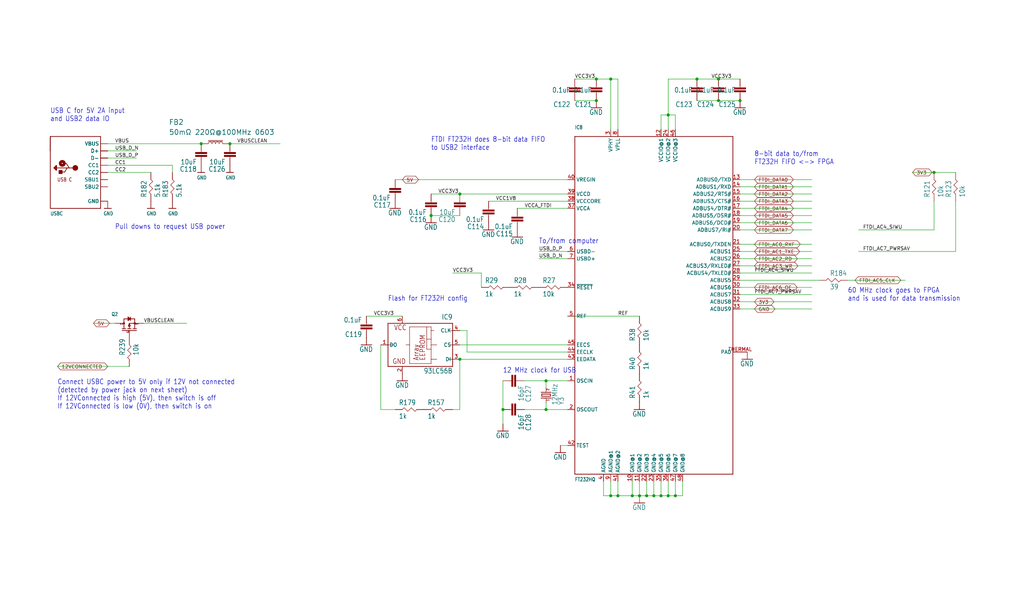
<source format=kicad_sch>
(kicad_sch (version 20250114) (generator "eeschema") (generator_version "9.0")
  (paper "User" 362.001 210.007)
  (lib_symbols
    (symbol "haasoscope_pro_adc_fpga_board-eagle-import:9376?A"
      (property "Reference" "IC" (at -10.16 8.89 0))
      (symbol "9376?A_1_0"
        (polyline (pts (xy -10.16 7.62) (xy 12.7 7.62)) (stroke (width 0.254)))
        (polyline (pts (xy -10.16 5.08) (xy -10.16 7.62)) (stroke (width 0.254)))
        (polyline (pts (xy -10.16 5.08) (xy -8.636 5.08)) (stroke (width 0.1524)))
        (polyline (pts (xy -10.16 0) (xy -10.16 5.08)) (stroke (width 0.254)))
        (polyline (pts (xy -10.16 0) (xy -8.636 0)) (stroke (width 0.1524)))
        (polyline (pts (xy -10.16 -5.08) (xy -10.16 0)) (stroke (width 0.254)))
        (polyline (pts (xy -10.16 -5.08) (xy -8.636 -5.08)) (stroke (width 0.1524)))
        (polyline (pts (xy -10.16 -7.62) (xy -10.16 -5.08)) (stroke (width 0.254)))
        (polyline (pts (xy -4.572 0) (xy -2.54 0)) (stroke (width 0.1524)))
        (polyline (pts (xy -4.572 -5.08) (xy -2.54 -5.08)) (stroke (width 0.1524)))
        (polyline (pts (xy -3.556 5.08) (xy -2.54 5.08)) (stroke (width 0.1524)))
        (polyline (pts (xy -2.54 6.35) (xy -1.016 6.35)) (stroke (width 0.1524)))
        (polyline (pts (xy -2.54 5.08) (xy -2.54 6.35)) (stroke (width 0.1524)))
        (polyline (pts (xy -2.54 2.032) (xy -2.54 5.08)) (stroke (width 0.1524)))
        (polyline (pts (xy -2.54 2.032) (xy -1.016 2.032)) (stroke (width 0.1524)))
        (polyline (pts (xy -2.54 0) (xy -2.54 2.032)) (stroke (width 0.1524)))
        (polyline (pts (xy -2.54 -1.524) (xy -2.54 0)) (stroke (width 0.1524)))
        (polyline (pts (xy -2.54 -1.524) (xy -1.016 -1.524)) (stroke (width 0.1524)))
        (polyline (pts (xy -2.54 -5.08) (xy -2.54 -1.524)) (stroke (width 0.1524)))
        (polyline (pts (xy -2.54 -6.604) (xy -2.54 -5.08)) (stroke (width 0.1524)))
        (polyline (pts (xy -1.016 6.35) (xy -1.016 2.032)) (stroke (width 0.1524)))
        (polyline (pts (xy -1.016 6.35) (xy 5.08 6.35)) (stroke (width 0.1524)))
        (polyline (pts (xy -1.016 2.032) (xy -1.016 -1.524)) (stroke (width 0.1524)))
        (polyline (pts (xy 5.08 6.35) (xy 5.08 0)) (stroke (width 0.1524)))
        (polyline (pts (xy 5.08 0) (xy 5.08 -6.604)) (stroke (width 0.1524)))
        (polyline (pts (xy 5.08 -6.604) (xy -2.54 -6.604)) (stroke (width 0.1524)))
        (polyline (pts (xy 6.35 0) (xy 5.08 0)) (stroke (width 0.1524)))
        (polyline (pts (xy 12.7 7.62) (xy 12.7 0)) (stroke (width 0.254)))
        (polyline (pts (xy 12.7 0) (xy 10.922 0)) (stroke (width 0.1524)))
        (polyline (pts (xy 12.7 0) (xy 12.7 -7.62)) (stroke (width 0.254)))
        (polyline (pts (xy 12.7 -7.62) (xy -10.16 -7.62)) (stroke (width 0.254)))
        (text "EEPROM" (at 1.524 -5.588 900) (effects (font (size 1.778 1.5113)) (justify left bottom)))
        (text "Array" (at 3.81 -5.588 900) (effects (font (size 1.778 1.5113)) (justify left bottom)))
        (text "VCC" (at 6.096 5.08 0) (effects (font (size 1.778 1.5113)) (justify left bottom)))
        (text "GND" (at 6.35 -6.858 0) (effects (font (size 1.778 1.5113)) (justify left bottom)))
        (pin input line (at -12.7 5.08 0) (length 2.54) (name "CLK") (number "4"))
        (pin input line (at -12.7 0 0) (length 2.54) (name "CS") (number "5"))
        (pin input line (at -12.7 -5.08 0) (length 2.54) (name "DI") (number "3"))
        (pin power_in line (at 7.62 10.16 270) (length 2.54) (name "VCC") (number "6"))
        (pin power_in line (at 7.62 -10.16 90) (length 2.54) (name "GND") (number "2"))
        (pin tri_state line (at 15.24 0 180) (length 2.54) (name "DO") (number "1"))
      )
    )
    (symbol "haasoscope_pro_adc_fpga_board-eagle-import:CAPACITOR_0402_N"
      (symbol "CAPACITOR_0402_N_1_0"
        (rectangle (start -2.032 -1.016) (end 2.032 -0.508) (fill (type outline)))
        (rectangle (start -2.032 -2.032) (end 2.032 -1.524) (fill (type outline)))
        (polyline (pts (xy 0 0) (xy 0 -0.508)) (stroke (width 0.1524)))
        (polyline (pts (xy 0 -2.54) (xy 0 -2.032)) (stroke (width 0.1524)))
        (pin passive line (at 0 2.54 270) (length 2.54) (name "1") (number "1"))
        (pin passive line (at 0 -5.08 90) (length 2.54) (name "2") (number "2"))
      )
    )
    (symbol "haasoscope_pro_adc_fpga_board-eagle-import:CAPACITOR_0805_N"
      (symbol "CAPACITOR_0805_N_1_0"
        (rectangle (start -2.032 -1.016) (end 2.032 -0.508) (fill (type outline)))
        (rectangle (start -2.032 -2.032) (end 2.032 -1.524) (fill (type outline)))
        (polyline (pts (xy 0 0) (xy 0 -0.508)) (stroke (width 0.1524)))
        (polyline (pts (xy 0 -2.54) (xy 0 -2.032)) (stroke (width 0.1524)))
        (pin passive line (at 0 2.54 270) (length 2.54) (name "1") (number "1"))
        (pin passive line (at 0 -5.08 90) (length 2.54) (name "2") (number "2"))
      )
    )
    (symbol "haasoscope_pro_adc_fpga_board-eagle-import:CRYSTALCRYSTAL-SMD-5X3-12MHZ"
      (property "Reference" "Y" (at 2.54 1.016 0))
      (symbol "CRYSTALCRYSTAL-SMD-5X3-12MHZ_1_0"
        (polyline (pts (xy -2.54 0) (xy -1.016 0)) (stroke (width 0.1524)))
        (polyline (pts (xy -1.016 1.778) (xy -1.016 -1.778)) (stroke (width 0.254)))
        (polyline (pts (xy -0.381 1.524) (xy -0.381 -1.524)) (stroke (width 0.254)))
        (polyline (pts (xy -0.381 -1.524) (xy 0.381 -1.524)) (stroke (width 0.254)))
        (polyline (pts (xy 0.381 1.524) (xy -0.381 1.524)) (stroke (width 0.254)))
        (polyline (pts (xy 0.381 -1.524) (xy 0.381 1.524)) (stroke (width 0.254)))
        (polyline (pts (xy 1.016 1.778) (xy 1.016 -1.778)) (stroke (width 0.254)))
        (polyline (pts (xy 1.016 0) (xy 2.54 0)) (stroke (width 0.1524)))
        (text "1" (at -2.159 -1.143 0) (effects (font (size 0.8636 0.734)) (justify left bottom)))
        (text "2" (at 1.524 -1.143 0) (effects (font (size 0.8636 0.734)) (justify left bottom)))
        (pin passive line (at -2.54 0 0) (length 0) (name "1") (number "1"))
        (pin passive line (at 2.54 0 180) (length 0) (name "2") (number "3"))
      )
    )
    (symbol "haasoscope_pro_adc_fpga_board-eagle-import:FERRITE_BEAD-0603"
      (property "Reference" "FB" (at 1.27 2.54 0))
      (symbol "FERRITE_BEAD-0603_1_0"
        (arc (start 0 2.54) (mid 0.635 1.905) (end 0 1.27) (stroke (width 0.1524)))
        (arc (start 0 1.27) (mid 0.635 0.635) (end 0 0) (stroke (width 0.1524)))
        (arc (start 0 0) (mid 0.635 -0.635) (end 0 -1.27) (stroke (width 0.1524)))
        (arc (start 0 -1.27) (mid 0.635 -1.905) (end 0 -2.54) (stroke (width 0.1524)))
        (polyline (pts (xy 0.889 2.54) (xy 0.889 -2.54)) (stroke (width 0.1524)))
        (polyline (pts (xy 1.143 2.54) (xy 1.143 -2.54)) (stroke (width 0.1524)))
        (pin passive line (at 0 5.08 270) (length 2.54) (name "1") (number "1"))
        (pin passive line (at 0 -5.08 90) (length 2.54) (name "2") (number "2"))
      )
    )
    (symbol "haasoscope_pro_adc_fpga_board-eagle-import:FT232HQ"
      (property "Reference" "IC" (at -30.48 55.88 0))
      (symbol "FT232HQ_1_0"
        (polyline (pts (xy -30.48 53.34) (xy 25.4 53.34)) (stroke (width 0.254)))
        (polyline (pts (xy -30.48 -66.04) (xy -30.48 53.34)) (stroke (width 0.254)))
        (polyline (pts (xy 25.4 53.34) (xy 25.4 -66.04)) (stroke (width 0.254)))
        (polyline (pts (xy 25.4 -66.04) (xy -30.48 -66.04)) (stroke (width 0.254)))
        (pin power_in line (at -33.02 38.1 0) (length 2.54) (name "VREGIN") (number "40"))
        (pin power_in line (at -33.02 33.02 0) (length 2.54) (name "VCCD") (number "39"))
        (pin power_in line (at -33.02 30.48 0) (length 2.54) (name "VCCCORE") (number "38"))
        (pin power_in line (at -33.02 27.94 0) (length 2.54) (name "VCCA") (number "37"))
        (pin bidirectional line (at -33.02 12.7 0) (length 2.54) (name "USBD-") (number "6"))
        (pin bidirectional line (at -33.02 10.16 0) (length 2.54) (name "USBD+") (number "7"))
        (pin input line (at -33.02 0 0) (length 2.54) (name "~{RESET}") (number "34"))
        (pin input line (at -33.02 -10.16 0) (length 2.54) (name "REF") (number "5"))
        (pin bidirectional line (at -33.02 -20.32 0) (length 2.54) (name "EECS") (number "45"))
        (pin output line (at -33.02 -22.86 0) (length 2.54) (name "EECLK") (number "44"))
        (pin bidirectional line (at -33.02 -25.4 0) (length 2.54) (name "EEDATA") (number "43"))
        (pin input line (at -33.02 -33.02 0) (length 2.54) (name "OSCIN") (number "1"))
        (pin output line (at -33.02 -43.18 0) (length 2.54) (name "OSCOUT") (number "2"))
        (pin input line (at -33.02 -55.88 0) (length 2.54) (name "TEST") (number "42"))
        (pin power_in line (at -20.32 -68.58 90) (length 2.54) (name "AGND") (number "4"))
        (pin power_in line (at -17.78 55.88 270) (length 2.54) (name "VPHY") (number "3"))
        (pin power_in line (at -17.78 -68.58 90) (length 2.54) (name "AGND@1") (number "9"))
        (pin power_in line (at -15.24 55.88 270) (length 2.54) (name "VPLL") (number "8"))
        (pin power_in line (at -15.24 -68.58 90) (length 2.54) (name "AGND@2") (number "41"))
        (pin power_in line (at -10.16 -68.58 90) (length 2.54) (name "GND@1") (number "10"))
        (pin power_in line (at -7.62 -68.58 90) (length 2.54) (name "GND@2") (number "11"))
        (pin power_in line (at -5.08 -68.58 90) (length 2.54) (name "GND@3") (number "22"))
        (pin power_in line (at -2.54 -68.58 90) (length 2.54) (name "GND@4") (number "23"))
        (pin power_in line (at 0 55.88 270) (length 2.54) (name "VCCIO@1") (number "12"))
        (pin power_in line (at 0 -68.58 90) (length 2.54) (name "GND@5") (number "35"))
        (pin power_in line (at 2.54 55.88 270) (length 2.54) (name "VCCIO@2") (number "24"))
        (pin power_in line (at 2.54 -68.58 90) (length 2.54) (name "GND@6") (number "36"))
        (pin power_in line (at 5.08 55.88 270) (length 2.54) (name "VCCIO@3") (number "46"))
        (pin power_in line (at 5.08 -68.58 90) (length 2.54) (name "GND@7") (number "47"))
        (pin power_in line (at 7.62 -68.58 90) (length 2.54) (name "GND@8") (number "48"))
        (pin output line (at 27.94 38.1 180) (length 2.54) (name "ADBUS0/TXD") (number "13"))
        (pin input line (at 27.94 35.56 180) (length 2.54) (name "ADBUS1/RXD") (number "14"))
        (pin output line (at 27.94 33.02 180) (length 2.54) (name "ADBUS2/RTS#") (number "15"))
        (pin input line (at 27.94 30.48 180) (length 2.54) (name "ADBUS3/CTS#") (number "16"))
        (pin output line (at 27.94 27.94 180) (length 2.54) (name "ADBUS4/DTR#") (number "17"))
        (pin input line (at 27.94 25.4 180) (length 2.54) (name "ADBUS5/DSR#") (number "18"))
        (pin input line (at 27.94 22.86 180) (length 2.54) (name "ADBUS6/DCD#") (number "19"))
        (pin input line (at 27.94 20.32 180) (length 2.54) (name "ADBUS7/RI#") (number "20"))
        (pin bidirectional line (at 27.94 15.24 180) (length 2.54) (name "ACBUS0/TXDEN") (number "21"))
        (pin bidirectional line (at 27.94 12.7 180) (length 2.54) (name "ACBUS1") (number "25"))
        (pin bidirectional line (at 27.94 10.16 180) (length 2.54) (name "ACBUS2") (number "26"))
        (pin bidirectional line (at 27.94 7.62 180) (length 2.54) (name "ACBUS3/RXLED#") (number "27"))
        (pin bidirectional line (at 27.94 5.08 180) (length 2.54) (name "ACBUS4/TXLED#") (number "28"))
        (pin bidirectional line (at 27.94 2.54 180) (length 2.54) (name "ACBUS5") (number "29"))
        (pin bidirectional line (at 27.94 0 180) (length 2.54) (name "ACBUS6") (number "30"))
        (pin bidirectional line (at 27.94 -2.54 180) (length 2.54) (name "ACBUS7") (number "31"))
        (pin bidirectional line (at 27.94 -5.08 180) (length 2.54) (name "ACBUS8") (number "32"))
        (pin bidirectional line (at 27.94 -7.62 180) (length 2.54) (name "ACBUS9") (number "33"))
        (pin passive line (at 30.48 -22.86 180) (length 5.08) (name "PAD") (number "THERMAL"))
      )
    )
    (symbol "haasoscope_pro_adc_fpga_board-eagle-import:RES-0402"
      (property "Reference" "R" (at -3.175 1.27 0))
      (symbol "RES-0402_1_0"
        (polyline (pts (xy -2.54 0) (xy -1.905 0.635)) (stroke (width 0.1524)))
        (polyline (pts (xy -1.905 0.635) (xy -0.635 -0.635)) (stroke (width 0.1524)))
        (polyline (pts (xy -0.635 -0.635) (xy 0.635 0.635)) (stroke (width 0.1524)))
        (polyline (pts (xy 0.635 0.635) (xy 1.905 -0.635)) (stroke (width 0.1524)))
        (polyline (pts (xy 1.905 -0.635) (xy 2.54 0)) (stroke (width 0.1524)))
        (pin bidirectional line (at -5.08 0 0) (length 2.54) (name "P$1") (number "P$1"))
        (pin bidirectional line (at 5.08 0 180) (length 2.54) (name "P$2") (number "P$2"))
      )
    )
    (symbol "haasoscope_pro_adc_fpga_board-eagle-import:SMD-MOSFET-P-CH-20V-2A-FDN340P(SOT-23)"
      (property "Reference" "Q" (at -3.81 2.54 0))
      (symbol "SMD-MOSFET-P-CH-20V-2A-FDN340P(SOT-23)_1_0"
        (polyline (pts (xy -2.54 2.54) (xy -2.54 -2.54)) (stroke (width 0.254)))
        (polyline (pts (xy -1.905 2.54) (xy -1.905 1.905)) (stroke (width 0.254)))
        (polyline (pts (xy -1.905 1.905) (xy -1.905 1.27)) (stroke (width 0.254)))
        (polyline (pts (xy -1.905 1.905) (xy 0 1.905)) (stroke (width 0.254)))
        (polyline (pts (xy -1.905 0.635) (xy -1.905 0)) (stroke (width 0.254)))
        (polyline (pts (xy -1.905 0) (xy -1.905 -0.635)) (stroke (width 0.254)))
        (polyline (pts (xy -1.905 0) (xy -0.3175 0)) (stroke (width 0.254)))
        (polyline (pts (xy -1.905 -1.905) (xy -1.905 -1.27)) (stroke (width 0.254)))
        (polyline (pts (xy -1.905 -1.905) (xy 0 -1.905)) (stroke (width 0.254)))
        (polyline (pts (xy -1.905 -2.54) (xy -1.905 -1.905)) (stroke (width 0.254)))
        (polyline (pts (xy -0.9525 0.3175) (xy -0.9525 -0.3175)) (stroke (width 0.254)))
        (polyline (pts (xy -0.9525 0.3175) (xy -0.508 -0.127)) (stroke (width 0.254)))
        (polyline (pts (xy -0.9525 -0.3175) (xy -0.3175 0)) (stroke (width 0.254)))
        (polyline (pts (xy -0.3175 0) (xy -0.9525 0.3175)) (stroke (width 0.254)))
        (polyline (pts (xy -0.3175 0) (xy 0 0)) (stroke (width 0.1524)))
        (polyline (pts (xy 0 2.54) (xy 0 1.905)) (stroke (width 0.1524)))
        (circle (center 0 1.905) (radius 0.254) (stroke (width 0.254)))
        (polyline (pts (xy 0 1.905) (xy 1.5875 1.905)) (stroke (width 0.254)))
        (polyline (pts (xy 0 0) (xy -0.9525 0.3175)) (stroke (width 0.254)))
        (polyline (pts (xy 0 0) (xy -0.9525 -0.3175)) (stroke (width 0.254)))
        (polyline (pts (xy 0 0) (xy 0 -1.905)) (stroke (width 0.254)))
        (polyline (pts (xy 0 -1.905) (xy 0 -2.54)) (stroke (width 0.1524)))
        (circle (center 0 -1.905) (radius 0.254) (stroke (width 0.254)))
        (polyline (pts (xy 0.9525 0.4445) (xy 1.27 0.4445)) (stroke (width 0.254)))
        (polyline (pts (xy 0.9525 -0.4445) (xy 1.5875 -0.4445)) (stroke (width 0.254)))
        (polyline (pts (xy 1.27 0.4445) (xy 1.5875 0)) (stroke (width 0.254)))
        (polyline (pts (xy 1.27 0.4445) (xy 1.905 0.4445)) (stroke (width 0.254)))
        (polyline (pts (xy 1.27 0.3175) (xy 1.5875 0)) (stroke (width 0.254)))
        (polyline (pts (xy 1.5875 1.905) (xy 1.5875 0)) (stroke (width 0.254)))
        (polyline (pts (xy 1.5875 0) (xy 1.5875 -0.4445)) (stroke (width 0.254)))
        (polyline (pts (xy 1.5875 0) (xy 1.905 0.4445)) (stroke (width 0.254)))
        (polyline (pts (xy 1.5875 0) (xy 1.905 0.3175)) (stroke (width 0.254)))
        (polyline (pts (xy 1.5875 -0.4445) (xy 0.9525 0.4445)) (stroke (width 0.254)))
        (polyline (pts (xy 1.5875 -0.4445) (xy 1.5875 -1.905)) (stroke (width 0.254)))
        (polyline (pts (xy 1.5875 -0.4445) (xy 2.2225 -0.4445)) (stroke (width 0.254)))
        (polyline (pts (xy 1.5875 -1.905) (xy 0 -1.905)) (stroke (width 0.254)))
        (polyline (pts (xy 1.905 0.4445) (xy 2.2225 0.4445)) (stroke (width 0.254)))
        (polyline (pts (xy 2.2225 0.4445) (xy 1.5875 -0.4445)) (stroke (width 0.254)))
        (text "G" (at -3.4925 0 0) (effects (font (size 0.8128 0.6908)) (justify left bottom)))
        (text "D" (at -0.635 2.2225 0) (effects (font (size 0.8128 0.6908)) (justify left bottom)))
        (text "S" (at -0.635 -3.175 0) (effects (font (size 0.8128 0.6908)) (justify left bottom)))
        (pin passive line (at -5.08 0 0) (length 2.54) (name "G") (number "1"))
        (pin passive line (at 0 5.08 270) (length 2.54) (name "D") (number "3"))
        (pin passive line (at 0 -5.08 90) (length 2.54) (name "S") (number "2"))
      )
    )
    (symbol "haasoscope_pro_adc_fpga_board-eagle-import:USB_C"
      (property "Reference" "X" (at -10.16 13.716 0))
      (symbol "USB_C_1_0"
        (polyline (pts (xy -10.2 7.62) (xy -10.16 12.7)) (stroke (width 0.254)))
        (polyline (pts (xy -10.16 12.7) (xy -10.16 -12.7)) (stroke (width 0.254)))
        (polyline (pts (xy -10.16 12.7) (xy 7.62 12.7)) (stroke (width 0.254)))
        (polyline (pts (xy -10.16 -12.7) (xy 7.62 -12.7)) (stroke (width 0.254)))
        (polyline (pts (xy -8.92 1.6) (xy -8.12 2.4)) (stroke (width 0.254)))
        (polyline (pts (xy -8.52 1.6) (xy -8.52 1.4)) (stroke (width 0.254)))
        (polyline (pts (xy -8.52 1.4) (xy -8.32 1.2)) (stroke (width 0.254)))
        (polyline (pts (xy -8.32 2) (xy -8.72 1.6)) (stroke (width 0.254)))
        (polyline (pts (xy -8.32 1.2) (xy -8.32 2)) (stroke (width 0.254)))
        (polyline (pts (xy -8.12 2.4) (xy -7.92 2.4)) (stroke (width 0.254)))
        (polyline (pts (xy -8.12 1) (xy -8.12 2.4)) (stroke (width 0.254)))
        (polyline (pts (xy -8.12 0.8) (xy -8.92 1.6)) (stroke (width 0.254)))
        (polyline (pts (xy -7.92 2.4) (xy -7.92 1.6)) (stroke (width 0.254)))
        (polyline (pts (xy -7.92 1.6) (xy -7.92 0.8)) (stroke (width 0.254)))
        (polyline (pts (xy -7.92 0.8) (xy -8.12 0.8)) (stroke (width 0.254)))
        (rectangle (start -7.12 -0.45) (end -5.92 0.75) (fill (type outline)))
        (polyline (pts (xy -6.27 0.15) (xy -5.07 0.15)) (stroke (width 0.254)))
        (circle (center -5.92 3.2) (radius 0.2) (stroke (width 1)))
        (polyline (pts (xy -5.52 3.2) (xy -4.52 3.2)) (stroke (width 0.254)))
        (polyline (pts (xy -5.07 0.15) (xy -4.22 1.6)) (stroke (width 0.254)))
        (polyline (pts (xy -4.52 3.2) (xy -3.47 1.6)) (stroke (width 0.254)))
        (polyline (pts (xy -4.22 1.6) (xy -7.92 1.6)) (stroke (width 0.254)))
        (polyline (pts (xy -3.47 1.6) (xy -4.22 1.6)) (stroke (width 0.254)))
        (circle (center -1.32 1.6) (radius 0.5) (stroke (width 1)))
        (polyline (pts (xy -1.32 1.6) (xy -3.47 1.6)) (stroke (width 0.254)))
        (polyline (pts (xy 7.62 12.7) (xy 7.62 -12.7)) (stroke (width 0.254)))
        (text "USB C" (at -5.08 -2.54 0) (effects (font (size 1.27 1.0795))))
        (pin power_in line (at 10.16 10.16 180) (length 2.54) (name "VBUS") (number "A4B9"))
        (pin power_in line (at 10.16 10.16 180) (length 2.54) (name "VBUS") (number "B4A9"))
        (pin bidirectional line (at 10.16 7.62 180) (length 2.54) (name "D+") (number "A6"))
        (pin bidirectional line (at 10.16 7.62 180) (length 2.54) (name "D+") (number "B6"))
        (pin bidirectional line (at 10.16 5.08 180) (length 2.54) (name "D-") (number "A7"))
        (pin bidirectional line (at 10.16 5.08 180) (length 2.54) (name "D-") (number "B7"))
        (pin bidirectional line (at 10.16 2.54 180) (length 2.54) (name "CC1") (number "A5"))
        (pin bidirectional line (at 10.16 0 180) (length 2.54) (name "CC2") (number "B5"))
        (pin bidirectional line (at 10.16 -2.54 180) (length 2.54) (name "SBU1") (number "A8"))
        (pin bidirectional line (at 10.16 -5.08 180) (length 2.54) (name "SBU2") (number "B8"))
        (pin power_in line (at 10.16 -10.16 180) (length 2.54) (name "GND") (number "A1B12"))
        (pin power_in line (at 10.16 -10.16 180) (length 2.54) (name "GND") (number "B1A12"))
      )
    )
    (symbol "haasoscope_pro_adc_fpga_board-eagle-import:microbuilder_GND" (power)
      (symbol "microbuilder_GND_1_0"
        (polyline (pts (xy -1.27 0) (xy 1.27 0)) (stroke (width 0.254)))
        (pin power_in line (at 0 2.54 270) (length 2.54) (name "GND") (number "1"))
      )
    )
    (symbol "haasoscope_pro_adc_fpga_board-eagle-import:supply1_GND" (power)
      (symbol "supply1_GND_1_0"
        (polyline (pts (xy -1.905 0) (xy 1.905 0)) (stroke (width 0.254)))
        (pin power_in line (at 0 2.54 270) (length 2.54) (name "GND") (number "1"))
      )
    )
  )
  (text "Flash for FT232H config" (at 137.16 106.68 0) (effects (font (size 1.778 1.5113)) (justify left bottom)))
  (text "FTDI FT232H does 8-bit data FIFO\nto USB2 interface" (at 152.4 53.34 0) (effects (font (size 1.778 1.5113)) (justify left bottom)))
  (text "To/from computer" (at 190.5 86.36 0) (effects (font (size 1.778 1.5113)) (justify left bottom)))
  (text "Connect USBC power to 5V only if 12V not connected\n(detected by power jack on next sheet)\nIf 12VConnected is high (5V), then switch is off\nIf 12VConnected is low (0V), then switch is on" (at 20.32 144.78 0) (effects (font (size 1.778 1.5113)) (justify left bottom)))
  (text "Pull downs to request USB power" (at 40.64 81.28 0) (effects (font (size 1.778 1.5113)) (justify left bottom)))
  (text "12 MHz clock for USB" (at 177.8 132.08 0) (effects (font (size 1.778 1.5113)) (justify left bottom)))
  (text "USB C for 5V 2A input\nand USB2 data IO" (at 17.78 43.18 0) (effects (font (size 1.778 1.5113)) (justify left bottom)))
  (text "60 MHz clock goes to FPGA\nand is used for data transmission" (at 299.72 106.68 0) (effects (font (size 1.778 1.5113)) (justify left bottom)))
  (text "8-bit data to/from\nFT232H FIFO <-> FPGA" (at 266.7 58.42 0) (effects (font (size 1.778 1.5113)) (justify left bottom)))
  (junction (at 210.82 35.56))
  (junction (at 162.56 68.58))
  (junction (at 246.38 27.94))
  (junction (at 228.6 175.26))
  (junction (at 236.22 175.26))
  (junction (at 254 35.56))
  (junction (at 236.22 40.64))
  (junction (at 254 27.94))
  (junction (at 215.9 175.26))
  (junction (at 261.62 35.56))
  (junction (at 177.8 144.78))
  (junction (at 193.04 134.62))
  (junction (at 81.28 50.8))
  (junction (at 223.52 175.26))
  (junction (at 210.82 27.94))
  (junction (at 330.2 60.96))
  (junction (at 193.04 144.78))
  (junction (at 233.68 175.26))
  (junction (at 71.12 50.8))
  (junction (at 162.56 127))
  (junction (at 152.4 76.2))
  (junction (at 215.9 27.94))
  (junction (at 231.14 175.26))
  (junction (at 218.44 175.26))
  (junction (at 238.76 175.26))
  (junction (at 226.06 175.26))
  (wire (pts (xy 261.62 106.68) (xy 287.02 106.68)) (stroke (width 0.1524)))
  (wire (pts (xy 162.56 121.92) (xy 200.66 121.92)) (stroke (width 0.1524)))
  (wire (pts (xy 233.68 175.26) (xy 236.22 175.26)) (stroke (width 0.1524)))
  (wire (pts (xy 170.18 96.52) (xy 160.02 96.52)) (stroke (width 0.1524)))
  (wire (pts (xy 200.66 63.5) (xy 139.7 63.5)) (stroke (width 0.1524)))
  (wire (pts (xy 213.36 175.26) (xy 215.9 175.26)) (stroke (width 0.1524)))
  (wire (pts (xy 193.04 137.16) (xy 193.04 134.62)) (stroke (width 0.1524)))
  (wire (pts (xy 215.9 27.94) (xy 210.82 27.94)) (stroke (width 0.1524)))
  (wire (pts (xy 228.6 170.18) (xy 228.6 175.26)) (stroke (width 0.1524)))
  (wire (pts (xy 38.1 60.96) (xy 53.34 60.96)) (stroke (width 0.1524)))
  (wire (pts (xy 337.82 88.9) (xy 337.82 71.12)) (stroke (width 0.1524)))
  (wire (pts (xy 261.62 104.14) (xy 287.02 104.14)) (stroke (width 0.1524)))
  (wire (pts (xy 236.22 40.64) (xy 238.76 40.64)) (stroke (width 0.1524)))
  (wire (pts (xy 203.2 27.94) (xy 210.82 27.94)) (stroke (width 0.1524)))
  (wire (pts (xy 236.22 27.94) (xy 236.22 40.64)) (stroke (width 0.1524)))
  (wire (pts (xy 200.66 88.9) (xy 190.5 88.9)) (stroke (width 0.1524)))
  (wire (pts (xy 162.56 144.78) (xy 162.56 127)) (stroke (width 0.1524)))
  (wire (pts (xy 33.02 114.3) (xy 40.64 114.3)) (stroke (width 0.1524)))
  (wire (pts (xy 203.2 35.56) (xy 210.82 35.56)) (stroke (width 0.1524)))
  (wire (pts (xy 182.88 73.66) (xy 200.66 73.66)) (stroke (width 0.1524)))
  (wire (pts (xy 226.06 170.18) (xy 226.06 175.26)) (stroke (width 0.1524)))
  (wire (pts (xy 218.44 175.26) (xy 223.52 175.26)) (stroke (width 0.1524)))
  (wire (pts (xy 303.53 81.28) (xy 330.2 81.28)) (stroke (width 0.1524)))
  (wire (pts (xy 160.02 144.78) (xy 162.56 144.78)) (stroke (width 0.1524)))
  (wire (pts (xy 261.62 91.44) (xy 287.02 91.44)) (stroke (width 0.1524)))
  (wire (pts (xy 215.9 170.18) (xy 215.9 175.26)) (stroke (width 0.1524)))
  (wire (pts (xy 233.68 45.72) (xy 233.68 40.64)) (stroke (width 0.1524)))
  (wire (pts (xy 241.3 175.26) (xy 241.3 170.18)) (stroke (width 0.1524)))
  (wire (pts (xy 185.42 144.78) (xy 193.04 144.78)) (stroke (width 0.1524)))
  (wire (pts (xy 261.62 96.52) (xy 287.02 96.52)) (stroke (width 0.1524)))
  (wire (pts (xy 177.8 134.62) (xy 177.8 144.78)) (stroke (width 0.1524)))
  (wire (pts (xy 233.68 170.18) (xy 233.68 175.26)) (stroke (width 0.1524)))
  (wire (pts (xy 213.36 170.18) (xy 213.36 175.26)) (stroke (width 0.1524)))
  (wire (pts (xy 236.22 175.26) (xy 238.76 175.26)) (stroke (width 0.1524)))
  (wire (pts (xy 236.22 45.72) (xy 236.22 40.64)) (stroke (width 0.1524)))
  (wire (pts (xy 238.76 170.18) (xy 238.76 175.26)) (stroke (width 0.1524)))
  (wire (pts (xy 190.5 91.44) (xy 200.66 91.44)) (stroke (width 0.1524)))
  (wire (pts (xy 215.9 45.72) (xy 215.9 27.94)) (stroke (width 0.1524)))
  (wire (pts (xy 287.02 66.04) (xy 261.62 66.04)) (stroke (width 0.1524)))
  (wire (pts (xy 226.06 175.26) (xy 228.6 175.26)) (stroke (width 0.1524)))
  (wire (pts (xy 287.02 78.74) (xy 261.62 78.74)) (stroke (width 0.1524)))
  (wire (pts (xy 246.38 27.94) (xy 254 27.94)) (stroke (width 0.1524)))
  (wire (pts (xy 287.02 73.66) (xy 261.62 73.66)) (stroke (width 0.1524)))
  (wire (pts (xy 193.04 142.24) (xy 193.04 144.78)) (stroke (width 0.1524)))
  (wire (pts (xy 261.62 99.06) (xy 289.56 99.06)) (stroke (width 0.1524)))
  (wire (pts (xy 142.24 111.76) (xy 129.54 111.76)) (stroke (width 0.1524)))
  (wire (pts (xy 287.02 76.2) (xy 261.62 76.2)) (stroke (width 0.1524)))
  (wire (pts (xy 170.18 101.6) (xy 170.18 96.52)) (stroke (width 0.1524)))
  (wire (pts (xy 236.22 27.94) (xy 246.38 27.94)) (stroke (width 0.1524)))
  (wire (pts (xy 215.9 175.26) (xy 218.44 175.26)) (stroke (width 0.1524)))
  (wire (pts (xy 246.38 35.56) (xy 254 35.56)) (stroke (width 0.1524)))
  (wire (pts (xy 134.62 144.78) (xy 139.7 144.78)) (stroke (width 0.1524)))
  (wire (pts (xy 45.72 129.54) (xy 20.32 129.54)) (stroke (width 0.1524)))
  (wire (pts (xy 231.14 175.26) (xy 231.14 170.18)) (stroke (width 0.1524)))
  (wire (pts (xy 254 27.94) (xy 261.62 27.94)) (stroke (width 0.1524)))
  (wire (pts (xy 38.1 58.42) (xy 60.96 58.42)) (stroke (width 0.1524)))
  (wire (pts (xy 193.04 134.62) (xy 185.42 134.62)) (stroke (width 0.1524)))
  (wire (pts (xy 38.1 53.34) (xy 48.26 53.34)) (stroke (width 0.1524)))
  (wire (pts (xy 177.8 144.78) (xy 177.8 149.86)) (stroke (width 0.1524)))
  (wire (pts (xy 330.2 81.28) (xy 330.2 71.12)) (stroke (width 0.1524)))
  (wire (pts (xy 330.2 60.96) (xy 322.58 60.96)) (stroke (width 0.1524)))
  (wire (pts (xy 165.1 116.84) (xy 165.1 124.46)) (stroke (width 0.1524)))
  (wire (pts (xy 162.56 116.84) (xy 165.1 116.84)) (stroke (width 0.1524)))
  (wire (pts (xy 261.62 109.22) (xy 287.02 109.22)) (stroke (width 0.1524)))
  (wire (pts (xy 200.66 71.12) (xy 172.72 71.12)) (stroke (width 0.1524)))
  (wire (pts (xy 287.02 68.58) (xy 261.62 68.58)) (stroke (width 0.1524)))
  (wire (pts (xy 218.44 170.18) (xy 218.44 175.26)) (stroke (width 0.1524)))
  (wire (pts (xy 81.28 50.8) (xy 99.06 50.8)) (stroke (width 0.1524)))
  (wire (pts (xy 162.56 76.2) (xy 152.4 76.2)) (stroke (width 0.1524)))
  (wire (pts (xy 287.02 71.12) (xy 261.62 71.12)) (stroke (width 0.1524)))
  (wire (pts (xy 193.04 144.78) (xy 200.66 144.78)) (stroke (width 0.1524)))
  (wire (pts (xy 162.56 68.58) (xy 152.4 68.58)) (stroke (width 0.1524)))
  (wire (pts (xy 200.66 68.58) (xy 162.56 68.58)) (stroke (width 0.1524)))
  (wire (pts (xy 337.82 60.96) (xy 330.2 60.96)) (stroke (width 0.1524)))
  (wire (pts (xy 218.44 27.94) (xy 215.9 27.94)) (stroke (width 0.1524)))
  (wire (pts (xy 238.76 40.64) (xy 238.76 45.72)) (stroke (width 0.1524)))
  (wire (pts (xy 261.62 101.6) (xy 287.02 101.6)) (stroke (width 0.1524)))
  (wire (pts (xy 165.1 124.46) (xy 200.66 124.46)) (stroke (width 0.1524)))
  (wire (pts (xy 303.53 88.9) (xy 337.82 88.9)) (stroke (width 0.1524)))
  (wire (pts (xy 287.02 88.9) (xy 261.62 88.9)) (stroke (width 0.1524)))
  (wire (pts (xy 228.6 175.26) (xy 231.14 175.26)) (stroke (width 0.1524)))
  (wire (pts (xy 233.68 40.64) (xy 236.22 40.64)) (stroke (width 0.1524)))
  (wire (pts (xy 223.52 175.26) (xy 226.06 175.26)) (stroke (width 0.1524)))
  (wire (pts (xy 134.62 121.92) (xy 134.62 144.78)) (stroke (width 0.1524)))
  (wire (pts (xy 60.96 58.42) (xy 60.96 60.96)) (stroke (width 0.1524)))
  (wire (pts (xy 261.62 86.36) (xy 287.02 86.36)) (stroke (width 0.1524)))
  (wire (pts (xy 38.1 50.8) (xy 71.12 50.8)) (stroke (width 0.1524)))
  (wire (pts (xy 254 35.56) (xy 261.62 35.56)) (stroke (width 0.1524)))
  (wire (pts (xy 236.22 175.26) (xy 236.22 170.18)) (stroke (width 0.1524)))
  (wire (pts (xy 223.52 170.18) (xy 223.52 175.26)) (stroke (width 0.1524)))
  (wire (pts (xy 226.06 111.76) (xy 200.66 111.76)) (stroke (width 0.1524)))
  (wire (pts (xy 200.66 134.62) (xy 193.04 134.62)) (stroke (width 0.1524)))
  (wire (pts (xy 162.56 127) (xy 200.66 127)) (stroke (width 0.1524)))
  (wire (pts (xy 218.44 27.94) (xy 218.44 45.72)) (stroke (width 0.1524)))
  (wire (pts (xy 299.72 99.06) (xy 320.04 99.06)) (stroke (width 0.1524)))
  (wire (pts (xy 50.8 114.3) (xy 66.04 114.3)) (stroke (width 0.1524)))
  (wire (pts (xy 287.02 81.28) (xy 261.62 81.28)) (stroke (width 0.1524)))
  (wire (pts (xy 287.02 93.98) (xy 261.62 93.98)) (stroke (width 0.1524)))
  (wire (pts (xy 287.02 63.5) (xy 261.62 63.5)) (stroke (width 0.1524)))
  (wire (pts (xy 231.14 175.26) (xy 233.68 175.26)) (stroke (width 0.1524)))
  (wire (pts (xy 238.76 175.26) (xy 241.3 175.26)) (stroke (width 0.1524)))
  (wire (pts (xy 200.66 157.48) (xy 198.12 157.48)) (stroke (width 0.1524)))
  (wire (pts (xy 38.1 55.88) (xy 48.26 55.88)) (stroke (width 0.1524)))
  (label "FTDI_AC4_SIWU" (at 266.7 96.52 0) (effects (font (size 1.2446 1.2446))))
  (label "VBUSCLEAN" (at 83.82 50.8 0) (effects (font (size 1.2446 1.2446))))
  (label "VCCA_FTDI" (at 185.42 73.66 0) (effects (font (size 1.2446 1.2446))))
  (label "CC2" (at 40.64 60.96 0) (effects (font (size 1.2446 1.2446))))
  (label "VBUSCLEAN" (at 50.8 114.3 0) (effects (font (size 1.2446 1.2446))))
  (label "VCC3V3" (at 251.46 27.94 0) (effects (font (size 1.2446 1.2446))))
  (label "FTDI_AC7_PWRSAV" (at 305.054 88.9 0) (effects (font (size 1.2446 1.2446))))
  (label "VCC3V3" (at 160.02 96.52 0) (effects (font (size 1.2446 1.2446))))
  (label "USB_D_N" (at 190.5 91.44 0) (effects (font (size 1.2446 1.2446))))
  (label "VCC3V3" (at 132.08 111.76 0) (effects (font (size 1.2446 1.2446))))
  (label "USB_D_P" (at 40.64 55.88 0) (effects (font (size 1.2446 1.2446))))
  (label "VCC1V8" (at 175.26 71.12 0) (effects (font (size 1.2446 1.2446))))
  (label "VBUS" (at 40.64 50.8 0) (effects (font (size 1.2446 1.2446))))
  (label "VCC3V3" (at 203.2 27.94 0) (effects (font (size 1.2446 1.2446))))
  (label "FTDI_AC4_SIWU" (at 305.054 81.28 0) (effects (font (size 1.2446 1.2446))))
  (label "REF" (at 218.44 111.76 0) (effects (font (size 1.2446 1.2446))))
  (label "USB_D_P" (at 190.5 88.9 0) (effects (font (size 1.2446 1.2446))))
  (label "CC1" (at 40.64 58.42 0) (effects (font (size 1.2446 1.2446))))
  (label "USB_D_N" (at 40.64 53.34 0) (effects (font (size 1.2446 1.2446))))
  (label "VCC3V3" (at 154.94 68.58 0) (effects (font (size 1.2446 1.2446))))
  (label "FTDI_AC7_PWRSAV" (at 266.7 104.14 0) (effects (font (size 1.2446 1.2446))))
  (global_label "FTDI_AC5_CLK" (shape bidirectional) (at 302.26 99.06 0) (effects (font (size 1.2446 1.2446))) (property "Intersheetrefs" "${INTERSHEET_REFS}" (effects (hide yes))))
  (global_label "FTDI_DATA7" (shape bidirectional) (at 266.7 81.28 0) (effects (font (size 1.2446 1.2446))) (property "Intersheetrefs" "${INTERSHEET_REFS}" (effects (hide yes))))
  (global_label "FTDI_DATA6" (shape bidirectional) (at 266.7 78.74 0) (effects (font (size 1.2446 1.2446))) (property "Intersheetrefs" "${INTERSHEET_REFS}" (effects (hide yes))))
  (global_label "FTDI_DATA2" (shape bidirectional) (at 266.7 68.58 0) (effects (font (size 1.2446 1.2446))) (property "Intersheetrefs" "${INTERSHEET_REFS}" (effects (hide yes))))
  (global_label "FTDI_AC3_WR" (shape bidirectional) (at 266.7 93.98 0) (effects (font (size 1.2446 1.2446))) (property "Intersheetrefs" "${INTERSHEET_REFS}" (effects (hide yes))))
  (global_label "5V" (shape bidirectional) (at 33.02 114.3 0) (effects (font (size 1.2446 1.2446))) (property "Intersheetrefs" "${INTERSHEET_REFS}" (effects (hide yes))))
  (global_label "5V" (shape bidirectional) (at 142.24 63.5 0) (effects (font (size 1.2446 1.2446))) (property "Intersheetrefs" "${INTERSHEET_REFS}" (effects (hide yes))))
  (global_label "FTDI_AC6_OE" (shape bidirectional) (at 266.7 101.6 0) (effects (font (size 1.2446 1.2446))) (property "Intersheetrefs" "${INTERSHEET_REFS}" (effects (hide yes))))
  (global_label "FTDI_DATA3" (shape bidirectional) (at 266.7 71.12 0) (effects (font (size 1.2446 1.2446))) (property "Intersheetrefs" "${INTERSHEET_REFS}" (effects (hide yes))))
  (global_label "3V3" (shape bidirectional) (at 322.58 60.96 0) (effects (font (size 1.2446 1.2446))) (property "Intersheetrefs" "${INTERSHEET_REFS}" (effects (hide yes))))
  (global_label "FTDI_DATA0" (shape bidirectional) (at 266.7 63.5 0) (effects (font (size 1.2446 1.2446))) (property "Intersheetrefs" "${INTERSHEET_REFS}" (effects (hide yes))))
  (global_label "GND" (shape bidirectional) (at 266.7 109.22 0) (effects (font (size 1.2446 1.2446))) (property "Intersheetrefs" "${INTERSHEET_REFS}" (effects (hide yes))))
  (global_label "FTDI_AC1_TXE" (shape bidirectional) (at 266.7 88.9 0) (effects (font (size 1.2446 1.2446))) (property "Intersheetrefs" "${INTERSHEET_REFS}" (effects (hide yes))))
  (global_label "FTDI_AC2_RD" (shape bidirectional) (at 266.7 91.44 0) (effects (font (size 1.2446 1.2446))) (property "Intersheetrefs" "${INTERSHEET_REFS}" (effects (hide yes))))
  (global_label "FTDI_AC0_RXF" (shape bidirectional) (at 266.7 86.36 0) (effects (font (size 1.2446 1.2446))) (property "Intersheetrefs" "${INTERSHEET_REFS}" (effects (hide yes))))
  (global_label "12VCONNECTED" (shape bidirectional) (at 20.32 129.54 0) (effects (font (size 1.2446 1.2446))) (property "Intersheetrefs" "${INTERSHEET_REFS}" (effects (hide yes))))
  (global_label "FTDI_DATA5" (shape bidirectional) (at 266.7 76.2 0) (effects (font (size 1.2446 1.2446))) (property "Intersheetrefs" "${INTERSHEET_REFS}" (effects (hide yes))))
  (global_label "FTDI_DATA4" (shape bidirectional) (at 266.7 73.66 0) (effects (font (size 1.2446 1.2446))) (property "Intersheetrefs" "${INTERSHEET_REFS}" (effects (hide yes))))
  (global_label "3V3" (shape bidirectional) (at 266.7 106.68 0) (effects (font (size 1.2446 1.2446))) (property "Intersheetrefs" "${INTERSHEET_REFS}" (effects (hide yes))))
  (global_label "FTDI_DATA1" (shape bidirectional) (at 266.7 66.04 0) (effects (font (size 1.2446 1.2446))) (property "Intersheetrefs" "${INTERSHEET_REFS}" (effects (hide yes))))
  (symbol (lib_id "haasoscope_pro_adc_fpga_board-eagle-import:supply1_GND") (at 129.54 121.92 0) (unit 1)
    (property "Reference" "#GND095" (effects (hide yes)))
    (property "Value" "GND" (at 127 124.46 0) (effects (font (size 1.778 1.5113)) (justify left bottom)))
  )
  (symbol (lib_id "haasoscope_pro_adc_fpga_board-eagle-import:supply1_GND") (at 139.7 73.66 0) (unit 1)
    (property "Reference" "#GND094" (effects (hide yes)))
    (property "Value" "GND" (at 137.16 76.2 0) (effects (font (size 1.778 1.5113)) (justify left bottom)))
  )
  (symbol (lib_id "haasoscope_pro_adc_fpga_board-eagle-import:microbuilder_GND") (at 71.12 60.96 0) (unit 1)
    (property "Reference" "#U$016" (effects (hide yes)))
    (property "Value" "GND" (at 69.596 63.5 0) (effects (font (size 1.27 1.0795)) (justify left bottom)))
  )
  (symbol (lib_id "haasoscope_pro_adc_fpga_board-eagle-import:RES-0402") (at 175.26 101.6 0) (unit 1)
    (property "Reference" "R29" (at 171.45 100.1014 0) (effects (font (size 1.778 1.5113)) (justify left bottom)))
    (property "Value" "1k" (at 171.45 104.902 0) (effects (font (size 1.778 1.5113)) (justify left bottom)))
    (property "Footprint" "haasoscope_pro_adc_fpga_board:RES-0402" (effects (hide yes)))
  )
  (symbol (lib_id "haasoscope_pro_adc_fpga_board-eagle-import:RES-0402") (at 154.94 144.78 0) (unit 1)
    (property "Reference" "R157" (at 151.13 143.2814 0) (effects (font (size 1.778 1.5113)) (justify left bottom)))
    (property "Value" "1k" (at 151.13 148.082 0) (effects (font (size 1.778 1.5113)) (justify left bottom)))
    (property "Footprint" "haasoscope_pro_adc_fpga_board:RES-0402" (effects (hide yes)))
  )
  (symbol (lib_id "haasoscope_pro_adc_fpga_board-eagle-import:RES-0402") (at 226.06 127 90) (unit 1)
    (property "Reference" "R40" (at 224.5614 130.81 0) (effects (font (size 1.778 1.5113)) (justify left bottom)))
    (property "Value" "1k" (at 229.362 130.81 0) (effects (font (size 1.778 1.5113)) (justify left bottom)))
    (property "Footprint" "haasoscope_pro_adc_fpga_board:RES-0402" (effects (hide yes)))
  )
  (symbol (lib_id "haasoscope_pro_adc_fpga_board-eagle-import:supply1_GND") (at 152.4 78.74 0) (unit 1)
    (property "Reference" "#GND093" (effects (hide yes)))
    (property "Value" "GND" (at 149.86 81.28 0) (effects (font (size 1.778 1.5113)) (justify left bottom)))
  )
  (symbol (lib_id "haasoscope_pro_adc_fpga_board-eagle-import:supply1_GND") (at 198.12 160.02 0) (unit 1)
    (property "Reference" "#GND071" (effects (hide yes)))
    (property "Value" "GND" (at 195.58 162.56 0) (effects (font (size 1.778 1.5113)) (justify left bottom)))
  )
  (symbol (lib_id "haasoscope_pro_adc_fpga_board-eagle-import:RES-0402") (at 45.72 124.46 90) (unit 1)
    (property "Reference" "R239" (at 44.2214 125.73 0) (effects (font (size 1.778 1.5113)) (justify left bottom)))
    (property "Value" "10k" (at 49.022 125.73 0) (effects (font (size 1.778 1.5113)) (justify left bottom)))
    (property "Footprint" "haasoscope_pro_adc_fpga_board:RES-0402" (effects (hide yes)))
  )
  (symbol (lib_id "haasoscope_pro_adc_fpga_board-eagle-import:CAPACITOR_0402_N") (at 182.88 144.78 270) (unit 1)
    (property "Reference" "C128" (at 185.801 146.304 0) (effects (font (size 1.778 1.5113)) (justify left bottom)))
    (property "Value" "16pF" (at 183.261 146.304 0) (effects (font (size 1.778 1.5113)) (justify left bottom)))
    (property "Footprint" "haasoscope_pro_adc_fpga_board:RESC0402_N" (effects (hide yes)))
  )
  (symbol (lib_id "haasoscope_pro_adc_fpga_board-eagle-import:supply1_GND") (at 142.24 134.62 0) (unit 1)
    (property "Reference" "#GND090" (effects (hide yes)))
    (property "Value" "GND" (at 139.7 137.16 0) (effects (font (size 1.778 1.5113)) (justify left bottom)))
  )
  (symbol (lib_id "haasoscope_pro_adc_fpga_board-eagle-import:FT232HQ") (at 233.68 101.6 0) (unit 1)
    (property "Reference" "IC8" (at 203.2 45.72 0) (effects (font (size 1.27 1.0795)) (justify left bottom)))
    (property "Value" "FT232HQ" (at 203.2 170.18 0) (effects (font (size 1.27 1.0795)) (justify left bottom)))
    (property "Footprint" "haasoscope_pro_adc_fpga_board:QFN48_8MM" (effects (hide yes)))
    (property "JLC_ROTATION" "270" (effects (hide yes)))
  )
  (symbol (lib_id "haasoscope_pro_adc_fpga_board-eagle-import:FERRITE_BEAD-0603") (at 76.2 50.8 90) (unit 1)
    (property "Reference" "FB2" (at 59.69 44.196 90) (effects (font (size 1.778 1.778)) (justify right top)))
    (property "Value" "50mΩ 220Ω@100MHz 0603" (at 59.69 45.72 90) (effects (font (size 1.778 1.778)) (justify right bottom)))
    (property "Footprint" "haasoscope_pro_adc_fpga_board:0603" (effects (hide yes)))
  )
  (symbol (lib_id "haasoscope_pro_adc_fpga_board-eagle-import:CAPACITOR_0402_N") (at 210.82 33.02 180) (unit 1)
    (property "Reference" "C121" (at 209.296 35.941 0) (effects (font (size 1.778 1.5113)) (justify left bottom)))
    (property "Value" "0.1uF" (at 209.296 30.861 0) (effects (font (size 1.778 1.5113)) (justify left bottom)))
    (property "Footprint" "haasoscope_pro_adc_fpga_board:RESC0402_N" (effects (hide yes)))
  )
  (symbol (lib_id "haasoscope_pro_adc_fpga_board-eagle-import:microbuilder_GND") (at 81.28 60.96 0) (unit 1)
    (property "Reference" "#U$017" (effects (hide yes)))
    (property "Value" "GND" (at 79.756 63.5 0) (effects (font (size 1.27 1.0795)) (justify left bottom)))
  )
  (symbol (lib_id "haasoscope_pro_adc_fpga_board-eagle-import:supply1_GND") (at 177.8 152.4 0) (unit 1)
    (property "Reference" "#GND062" (effects (hide yes)))
    (property "Value" "GND" (at 175.26 154.94 0) (effects (font (size 1.778 1.5113)) (justify left bottom)))
  )
  (symbol (lib_id "haasoscope_pro_adc_fpga_board-eagle-import:RES-0402") (at 294.64 99.06 0) (unit 1)
    (property "Reference" "R184" (at 293.37 97.5614 0) (effects (font (size 1.778 1.5113)) (justify left bottom)))
    (property "Value" "39" (at 293.37 102.362 0) (effects (font (size 1.778 1.5113)) (justify left bottom)))
    (property "Footprint" "haasoscope_pro_adc_fpga_board:RES-0402" (effects (hide yes)))
  )
  (symbol (lib_id "haasoscope_pro_adc_fpga_board-eagle-import:9376?A") (at 149.86 121.92 0) (mirror y) (unit 1)
    (property "Reference" "IC9" (at 160.02 113.03 0) (effects (font (size 1.778 1.5113)) (justify left bottom)))
    (property "Value" "93LC56B" (at 160.02 132.08 0) (effects (font (size 1.778 1.5113)) (justify left bottom)))
    (property "Footprint" "haasoscope_pro_adc_fpga_board:SOT23-6" (effects (hide yes)))
  )
  (symbol (lib_id "haasoscope_pro_adc_fpga_board-eagle-import:RES-0402") (at 226.06 137.16 90) (unit 1)
    (property "Reference" "R41" (at 224.5614 140.97 0) (effects (font (size 1.778 1.5113)) (justify left bottom)))
    (property "Value" "1k" (at 229.362 140.97 0) (effects (font (size 1.778 1.5113)) (justify left bottom)))
    (property "Footprint" "haasoscope_pro_adc_fpga_board:RES-0402" (effects (hide yes)))
  )
  (symbol (lib_id "haasoscope_pro_adc_fpga_board-eagle-import:RES-0402") (at 53.34 66.04 90) (unit 1)
    (property "Reference" "R182" (at 51.8414 69.85 0) (effects (font (size 1.778 1.5113)) (justify left bottom)))
    (property "Value" "5.1k" (at 56.642 69.85 0) (effects (font (size 1.778 1.5113)) (justify left bottom)))
    (property "Footprint" "haasoscope_pro_adc_fpga_board:RES-0402" (effects (hide yes)))
  )
  (symbol (lib_id "haasoscope_pro_adc_fpga_board-eagle-import:CAPACITOR_0402_N") (at 182.88 134.62 270) (unit 1)
    (property "Reference" "C127" (at 185.801 136.144 0) (effects (font (size 1.778 1.5113)) (justify left bottom)))
    (property "Value" "16pF" (at 183.261 136.144 0) (effects (font (size 1.778 1.5113)) (justify left bottom)))
    (property "Footprint" "haasoscope_pro_adc_fpga_board:RESC0402_N" (effects (hide yes)))
  )
  (symbol (lib_id "haasoscope_pro_adc_fpga_board-eagle-import:USB_C") (at 27.94 60.96 0) (unit 1)
    (property "Reference" "X1" (effects (hide yes)))
    (property "Value" "USBC" (at 17.78 76.2 0) (effects (font (size 1.27 1.0795)) (justify left bottom)))
    (property "Footprint" "haasoscope_pro_adc_fpga_board:USB_C_CUSB31-CFM2AX-01-X" (effects (hide yes)))
  )
  (symbol (lib_id "haasoscope_pro_adc_fpga_board-eagle-import:CAPACITOR_0805_N") (at 81.28 55.88 180) (unit 1)
    (property "Reference" "C126" (at 79.756 58.801 0) (effects (font (size 1.778 1.5113)) (justify left bottom)))
    (property "Value" "10uF" (at 79.756 56.261 0) (effects (font (size 1.778 1.5113)) (justify left bottom)))
    (property "Footprint" "haasoscope_pro_adc_fpga_board:RESC0805_N" (effects (hide yes)))
  )
  (symbol (lib_id "haasoscope_pro_adc_fpga_board-eagle-import:CAPACITOR_0402_N") (at 172.72 76.2 180) (unit 1)
    (property "Reference" "C114" (at 171.196 79.121 0) (effects (font (size 1.778 1.5113)) (justify left bottom)))
    (property "Value" "0.1uF" (at 171.196 76.581 0) (effects (font (size 1.778 1.5113)) (justify left bottom)))
    (property "Footprint" "haasoscope_pro_adc_fpga_board:RESC0402_N" (effects (hide yes)))
  )
  (symbol (lib_id "haasoscope_pro_adc_fpga_board-eagle-import:SMD-MOSFET-P-CH-20V-2A-FDN340P(SOT-23)") (at 45.72 114.3 90) (unit 1)
    (property "Reference" "Q2" (at 39.37 111.76 90) (effects (font (size 1.27 1.0795)) (justify right top)))
    (property "Value" "FDN340P" (effects (hide yes)))
    (property "Footprint" "haasoscope_pro_adc_fpga_board:SOT-23" (effects (hide yes)))
    (property "MPN" "P-MOS AO3401A" (effects (hide yes)))
  )
  (symbol (lib_id "haasoscope_pro_adc_fpga_board-eagle-import:CRYSTALCRYSTAL-SMD-5X3-12MHZ") (at 193.04 139.7 90) (unit 1)
    (property "Reference" "Y3" (at 199.39 143.256 0) (effects (font (size 1.778 1.5113)) (justify left bottom)))
    (property "Value" "12MHz" (at 197.104 143.256 0) (effects (font (size 1.778 1.5113)) (justify left bottom)))
    (property "Footprint" "haasoscope_pro_adc_fpga_board:CRYSTAL-SMD-5X3" (effects (hide yes)))
    (property "LCSC" "C2901628" (effects (hide yes)))
  )
  (symbol (lib_id "haasoscope_pro_adc_fpga_board-eagle-import:CAPACITOR_0402_N") (at 152.4 73.66 180) (unit 1)
    (property "Reference" "C116" (at 150.876 76.581 0) (effects (font (size 1.778 1.5113)) (justify left bottom)))
    (property "Value" "0.1uF" (at 150.876 74.041 0) (effects (font (size 1.778 1.5113)) (justify left bottom)))
    (property "Footprint" "haasoscope_pro_adc_fpga_board:RESC0402_N" (effects (hide yes)))
  )
  (symbol (lib_id "haasoscope_pro_adc_fpga_board-eagle-import:RES-0402") (at 337.82 66.04 90) (unit 1)
    (property "Reference" "R123" (at 336.3214 69.85 0) (effects (font (size 1.778 1.5113)) (justify left bottom)))
    (property "Value" "10k" (at 341.122 69.85 0) (effects (font (size 1.778 1.5113)) (justify left bottom)))
    (property "Footprint" "haasoscope_pro_adc_fpga_board:RES-0402" (effects (hide yes)))
  )
  (symbol (lib_id "haasoscope_pro_adc_fpga_board-eagle-import:RES-0402") (at 226.06 116.84 90) (unit 1)
    (property "Reference" "R38" (at 224.5614 120.65 0) (effects (font (size 1.778 1.5113)) (justify left bottom)))
    (property "Value" "10k" (at 229.362 120.65 0) (effects (font (size 1.778 1.5113)) (justify left bottom)))
    (property "Footprint" "haasoscope_pro_adc_fpga_board:RES-0402" (effects (hide yes)))
  )
  (symbol (lib_id "haasoscope_pro_adc_fpga_board-eagle-import:microbuilder_GND") (at 38.1 73.66 0) (unit 1)
    (property "Reference" "#U$011" (effects (hide yes)))
    (property "Value" "GND" (at 36.576 76.2 0) (effects (font (size 1.27 1.0795)) (justify left bottom)))
  )
  (symbol (lib_id "haasoscope_pro_adc_fpga_board-eagle-import:supply1_GND") (at 226.06 177.8 0) (unit 1)
    (property "Reference" "#GND070" (effects (hide yes)))
    (property "Value" "GND" (at 223.52 180.34 0) (effects (font (size 1.778 1.5113)) (justify left bottom)))
  )
  (symbol (lib_id "haasoscope_pro_adc_fpga_board-eagle-import:RES-0402") (at 144.78 144.78 0) (unit 1)
    (property "Reference" "R179" (at 140.97 143.2814 0) (effects (font (size 1.778 1.5113)) (justify left bottom)))
    (property "Value" "1k" (at 140.97 148.082 0) (effects (font (size 1.778 1.5113)) (justify left bottom)))
    (property "Footprint" "haasoscope_pro_adc_fpga_board:RES-0402" (effects (hide yes)))
  )
  (symbol (lib_id "haasoscope_pro_adc_fpga_board-eagle-import:CAPACITOR_0402_N") (at 246.38 33.02 180) (unit 1)
    (property "Reference" "C123" (at 244.856 35.941 0) (effects (font (size 1.778 1.5113)) (justify left bottom)))
    (property "Value" "0.1uF" (at 244.856 30.861 0) (effects (font (size 1.778 1.5113)) (justify left bottom)))
    (property "Footprint" "haasoscope_pro_adc_fpga_board:RESC0402_N" (effects (hide yes)))
  )
  (symbol (lib_id "haasoscope_pro_adc_fpga_board-eagle-import:CAPACITOR_0805_N") (at 71.12 55.88 180) (unit 1)
    (property "Reference" "C118" (at 69.596 58.801 0) (effects (font (size 1.778 1.5113)) (justify left bottom)))
    (property "Value" "10uF" (at 69.596 56.261 0) (effects (font (size 1.778 1.5113)) (justify left bottom)))
    (property "Footprint" "haasoscope_pro_adc_fpga_board:RESC0805_N" (effects (hide yes)))
  )
  (symbol (lib_id "haasoscope_pro_adc_fpga_board-eagle-import:RES-0402") (at 330.2 66.04 90) (unit 1)
    (property "Reference" "R121" (at 328.7014 69.85 0) (effects (font (size 1.778 1.5113)) (justify left bottom)))
    (property "Value" "10k" (at 333.502 69.85 0) (effects (font (size 1.778 1.5113)) (justify left bottom)))
    (property "Footprint" "haasoscope_pro_adc_fpga_board:RES-0402" (effects (hide yes)))
  )
  (symbol (lib_id "haasoscope_pro_adc_fpga_board-eagle-import:microbuilder_GND") (at 53.34 73.66 0) (unit 1)
    (property "Reference" "#U$08" (effects (hide yes)))
    (property "Value" "GND" (at 51.816 76.2 0) (effects (font (size 1.27 1.0795)) (justify left bottom)))
  )
  (symbol (lib_id "haasoscope_pro_adc_fpga_board-eagle-import:CAPACITOR_0402_N") (at 129.54 116.84 180) (unit 1)
    (property "Reference" "C119" (at 128.016 117.221 0) (effects (font (size 1.778 1.5113)) (justify left bottom)))
    (property "Value" "0.1uF" (at 128.016 112.141 0) (effects (font (size 1.778 1.5113)) (justify left bottom)))
    (property "Footprint" "haasoscope_pro_adc_fpga_board:RESC0402_N" (effects (hide yes)))
  )
  (symbol (lib_id "haasoscope_pro_adc_fpga_board-eagle-import:RES-0402") (at 60.96 66.04 90) (unit 1)
    (property "Reference" "R183" (at 59.4614 69.85 0) (effects (font (size 1.778 1.5113)) (justify left bottom)))
    (property "Value" "5.1k" (at 64.262 69.85 0) (effects (font (size 1.778 1.5113)) (justify left bottom)))
    (property "Footprint" "haasoscope_pro_adc_fpga_board:RES-0402" (effects (hide yes)))
  )
  (symbol (lib_id "haasoscope_pro_adc_fpga_board-eagle-import:supply1_GND") (at 182.88 83.82 0) (unit 1)
    (property "Reference" "#GND072" (effects (hide yes)))
    (property "Value" "GND" (at 180.34 86.36 0) (effects (font (size 1.778 1.5113)) (justify left bottom)))
  )
  (symbol (lib_id "haasoscope_pro_adc_fpga_board-eagle-import:CAPACITOR_0402_N") (at 254 33.02 180) (unit 1)
    (property "Reference" "C124" (at 252.476 35.941 0) (effects (font (size 1.778 1.5113)) (justify left bottom)))
    (property "Value" "0.1uF" (at 252.476 30.861 0) (effects (font (size 1.778 1.5113)) (justify left bottom)))
    (property "Footprint" "haasoscope_pro_adc_fpga_board:RESC0402_N" (effects (hide yes)))
  )
  (symbol (lib_id "haasoscope_pro_adc_fpga_board-eagle-import:supply1_GND") (at 261.62 38.1 0) (unit 1)
    (property "Reference" "#GND096" (effects (hide yes)))
    (property "Value" "GND" (at 259.08 40.64 0) (effects (font (size 1.778 1.5113)) (justify left bottom)))
  )
  (symbol (lib_id "haasoscope_pro_adc_fpga_board-eagle-import:RES-0402") (at 185.42 101.6 0) (unit 1)
    (property "Reference" "R28" (at 181.61 100.1014 0) (effects (font (size 1.778 1.5113)) (justify left bottom)))
    (property "Value" "1k" (at 181.61 104.902 0) (effects (font (size 1.778 1.5113)) (justify left bottom)))
    (property "Footprint" "haasoscope_pro_adc_fpga_board:RES-0402" (effects (hide yes)))
  )
  (symbol (lib_id "haasoscope_pro_adc_fpga_board-eagle-import:supply1_GND") (at 210.82 38.1 0) (unit 1)
    (property "Reference" "#GND073" (effects (hide yes)))
    (property "Value" "GND" (at 208.28 40.64 0) (effects (font (size 1.778 1.5113)) (justify left bottom)))
  )
  (symbol (lib_id "haasoscope_pro_adc_fpga_board-eagle-import:supply1_GND") (at 226.06 144.78 0) (unit 1)
    (property "Reference" "#GND089" (effects (hide yes)))
    (property "Value" "GND" (at 223.52 147.32 0) (effects (font (size 1.778 1.5113)) (justify left bottom)))
  )
  (symbol (lib_id "haasoscope_pro_adc_fpga_board-eagle-import:supply1_GND") (at 264.16 127 0) (unit 1)
    (property "Reference" "#GND092" (effects (hide yes)))
    (property "Value" "GND" (at 261.62 129.54 0) (effects (font (size 1.778 1.5113)) (justify left bottom)))
  )
  (symbol (lib_id "haasoscope_pro_adc_fpga_board-eagle-import:CAPACITOR_0805_N") (at 162.56 73.66 180) (unit 1)
    (property "Reference" "C120" (at 161.036 76.581 0) (effects (font (size 1.778 1.5113)) (justify left bottom)))
    (property "Value" "10uF" (at 161.036 74.041 0) (effects (font (size 1.778 1.5113)) (justify left bottom)))
    (property "Footprint" "haasoscope_pro_adc_fpga_board:RESC0805_N" (effects (hide yes)))
  )
  (symbol (lib_id "haasoscope_pro_adc_fpga_board-eagle-import:CAPACITOR_0402_N") (at 182.88 78.74 180) (unit 1)
    (property "Reference" "C115" (at 181.356 81.661 0) (effects (font (size 1.778 1.5113)) (justify left bottom)))
    (property "Value" "0.1uF" (at 181.356 79.121 0) (effects (font (size 1.778 1.5113)) (justify left bottom)))
    (property "Footprint" "haasoscope_pro_adc_fpga_board:RESC0402_N" (effects (hide yes)))
  )
  (symbol (lib_id "haasoscope_pro_adc_fpga_board-eagle-import:supply1_GND") (at 172.72 81.28 0) (unit 1)
    (property "Reference" "#GND074" (effects (hide yes)))
    (property "Value" "GND" (at 170.18 83.82 0) (effects (font (size 1.778 1.5113)) (justify left bottom)))
  )
  (symbol (lib_id "haasoscope_pro_adc_fpga_board-eagle-import:RES-0402") (at 195.58 101.6 0) (unit 1)
    (property "Reference" "R27" (at 191.77 100.1014 0) (effects (font (size 1.778 1.5113)) (justify left bottom)))
    (property "Value" "10k" (at 191.77 104.902 0) (effects (font (size 1.778 1.5113)) (justify left bottom)))
    (property "Footprint" "haasoscope_pro_adc_fpga_board:RES-0402" (effects (hide yes)))
  )
  (symbol (lib_id "haasoscope_pro_adc_fpga_board-eagle-import:CAPACITOR_0402_N") (at 203.2 33.02 180) (unit 1)
    (property "Reference" "C122" (at 201.676 35.941 0) (effects (font (size 1.778 1.5113)) (justify left bottom)))
    (property "Value" "0.1uF" (at 201.676 30.861 0) (effects (font (size 1.778 1.5113)) (justify left bottom)))
    (property "Footprint" "haasoscope_pro_adc_fpga_board:RESC0402_N" (effects (hide yes)))
  )
  (symbol (lib_id "haasoscope_pro_adc_fpga_board-eagle-import:microbuilder_GND") (at 60.96 73.66 0) (unit 1)
    (property "Reference" "#U$09" (effects (hide yes)))
    (property "Value" "GND" (at 59.436 76.2 0) (effects (font (size 1.27 1.0795)) (justify left bottom)))
  )
  (symbol (lib_id "haasoscope_pro_adc_fpga_board-eagle-import:CAPACITOR_0402_N") (at 139.7 68.58 180) (unit 1)
    (property "Reference" "C117" (at 138.176 71.501 0) (effects (font (size 1.778 1.5113)) (justify left bottom)))
    (property "Value" "0.1uF" (at 138.176 68.961 0) (effects (font (size 1.778 1.5113)) (justify left bottom)))
    (property "Footprint" "haasoscope_pro_adc_fpga_board:RESC0402_N" (effects (hide yes)))
  )
  (symbol (lib_id "haasoscope_pro_adc_fpga_board-eagle-import:CAPACITOR_0402_N") (at 261.62 33.02 180) (unit 1)
    (property "Reference" "C125" (at 260.096 35.941 0) (effects (font (size 1.778 1.5113)) (justify left bottom)))
    (property "Value" "0.1uF" (at 260.096 30.861 0) (effects (font (size 1.778 1.5113)) (justify left bottom)))
    (property "Footprint" "haasoscope_pro_adc_fpga_board:RESC0402_N" (effects (hide yes)))
  )
)
</source>
